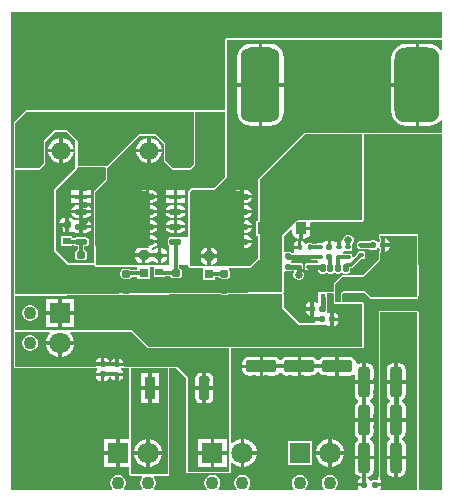
<source format=gbr>
%TF.GenerationSoftware,Altium Limited,Altium Designer,24.6.1 (21)*%
G04 Layer_Physical_Order=1*
G04 Layer_Color=255*
%FSLAX45Y45*%
%MOMM*%
%TF.SameCoordinates,18E76ECD-83C5-444D-8C50-6D49F83D0F89*%
%TF.FilePolarity,Positive*%
%TF.FileFunction,Copper,L1,Top,Signal*%
%TF.Part,Single*%
G01*
G75*
%TA.AperFunction,Conductor*%
%ADD10C,0.05000*%
%TA.AperFunction,SMDPad,CuDef*%
%ADD11R,0.45000X0.75000*%
G04:AMPARAMS|DCode=12|XSize=0.45mm|YSize=0.75mm|CornerRadius=0.1125mm|HoleSize=0mm|Usage=FLASHONLY|Rotation=180.000|XOffset=0mm|YOffset=0mm|HoleType=Round|Shape=RoundedRectangle|*
%AMROUNDEDRECTD12*
21,1,0.45000,0.52500,0,0,180.0*
21,1,0.22500,0.75000,0,0,180.0*
1,1,0.22500,-0.11250,0.26250*
1,1,0.22500,0.11250,0.26250*
1,1,0.22500,0.11250,-0.26250*
1,1,0.22500,-0.11250,-0.26250*
%
%ADD12ROUNDEDRECTD12*%
%TA.AperFunction,ConnectorPad*%
%ADD13R,3.30000X4.06000*%
G04:AMPARAMS|DCode=14|XSize=3.81mm|YSize=6.35mm|CornerRadius=0.9525mm|HoleSize=0mm|Usage=FLASHONLY|Rotation=0.000|XOffset=0mm|YOffset=0mm|HoleType=Round|Shape=RoundedRectangle|*
%AMROUNDEDRECTD14*
21,1,3.81000,4.44500,0,0,0.0*
21,1,1.90500,6.35000,0,0,0.0*
1,1,1.90500,0.95250,-2.22250*
1,1,1.90500,-0.95250,-2.22250*
1,1,1.90500,-0.95250,2.22250*
1,1,1.90500,0.95250,2.22250*
%
%ADD14ROUNDEDRECTD14*%
G04:AMPARAMS|DCode=15|XSize=3.3mm|YSize=6.35mm|CornerRadius=0.825mm|HoleSize=0mm|Usage=FLASHONLY|Rotation=0.000|XOffset=0mm|YOffset=0mm|HoleType=Round|Shape=RoundedRectangle|*
%AMROUNDEDRECTD15*
21,1,3.30000,4.70000,0,0,0.0*
21,1,1.65000,6.35000,0,0,0.0*
1,1,1.65000,0.82500,-2.35000*
1,1,1.65000,-0.82500,-2.35000*
1,1,1.65000,-0.82500,2.35000*
1,1,1.65000,0.82500,2.35000*
%
%ADD15ROUNDEDRECTD15*%
%TA.AperFunction,SMDPad,CuDef*%
%ADD16R,0.90000X1.95000*%
G04:AMPARAMS|DCode=17|XSize=0.9mm|YSize=1.95mm|CornerRadius=0.11mm|HoleSize=0mm|Usage=FLASHONLY|Rotation=180.000|XOffset=0mm|YOffset=0mm|HoleType=Round|Shape=RoundedRectangle|*
%AMROUNDEDRECTD17*
21,1,0.90000,1.73000,0,0,180.0*
21,1,0.68000,1.95000,0,0,180.0*
1,1,0.22000,-0.34000,0.86500*
1,1,0.22000,0.34000,0.86500*
1,1,0.22000,0.34000,-0.86500*
1,1,0.22000,-0.34000,-0.86500*
%
%ADD17ROUNDEDRECTD17*%
G04:AMPARAMS|DCode=18|XSize=3.25mm|YSize=1.95mm|CornerRadius=0.25mm|HoleSize=0mm|Usage=FLASHONLY|Rotation=180.000|XOffset=0mm|YOffset=0mm|HoleType=Round|Shape=RoundedRectangle|*
%AMROUNDEDRECTD18*
21,1,3.25000,1.45000,0,0,180.0*
21,1,2.75000,1.95000,0,0,180.0*
1,1,0.50000,-1.37500,0.72500*
1,1,0.50000,1.37500,0.72500*
1,1,0.50000,1.37500,-0.72500*
1,1,0.50000,-1.37500,-0.72500*
%
%ADD18ROUNDEDRECTD18*%
G04:AMPARAMS|DCode=19|XSize=0.45mm|YSize=1.05mm|CornerRadius=0.1125mm|HoleSize=0mm|Usage=FLASHONLY|Rotation=90.000|XOffset=0mm|YOffset=0mm|HoleType=Round|Shape=RoundedRectangle|*
%AMROUNDEDRECTD19*
21,1,0.45000,0.82500,0,0,90.0*
21,1,0.22500,1.05000,0,0,90.0*
1,1,0.22500,0.41250,0.11250*
1,1,0.22500,0.41250,-0.11250*
1,1,0.22500,-0.41250,-0.11250*
1,1,0.22500,-0.41250,0.11250*
%
%ADD19ROUNDEDRECTD19*%
G04:AMPARAMS|DCode=20|XSize=4.7mm|YSize=4.5mm|CornerRadius=0.1125mm|HoleSize=0mm|Usage=FLASHONLY|Rotation=270.000|XOffset=0mm|YOffset=0mm|HoleType=Round|Shape=RoundedRectangle|*
%AMROUNDEDRECTD20*
21,1,4.70000,4.27500,0,0,270.0*
21,1,4.47500,4.50000,0,0,270.0*
1,1,0.22500,-2.13750,-2.23750*
1,1,0.22500,-2.13750,2.23750*
1,1,0.22500,2.13750,2.23750*
1,1,0.22500,2.13750,-2.23750*
%
%ADD20ROUNDEDRECTD20*%
%ADD21R,1.05000X0.45000*%
G04:AMPARAMS|DCode=22|XSize=1.1mm|YSize=0.9mm|CornerRadius=0.225mm|HoleSize=0mm|Usage=FLASHONLY|Rotation=90.000|XOffset=0mm|YOffset=0mm|HoleType=Round|Shape=RoundedRectangle|*
%AMROUNDEDRECTD22*
21,1,1.10000,0.45000,0,0,90.0*
21,1,0.65000,0.90000,0,0,90.0*
1,1,0.45000,0.22500,0.32500*
1,1,0.45000,0.22500,-0.32500*
1,1,0.45000,-0.22500,-0.32500*
1,1,0.45000,-0.22500,0.32500*
%
%ADD22ROUNDEDRECTD22*%
%ADD23R,0.90000X1.10000*%
G04:AMPARAMS|DCode=24|XSize=0.7mm|YSize=0.6mm|CornerRadius=0.15mm|HoleSize=0mm|Usage=FLASHONLY|Rotation=180.000|XOffset=0mm|YOffset=0mm|HoleType=Round|Shape=RoundedRectangle|*
%AMROUNDEDRECTD24*
21,1,0.70000,0.30000,0,0,180.0*
21,1,0.40000,0.60000,0,0,180.0*
1,1,0.30000,-0.20000,0.15000*
1,1,0.30000,0.20000,0.15000*
1,1,0.30000,0.20000,-0.15000*
1,1,0.30000,-0.20000,-0.15000*
%
%ADD24ROUNDEDRECTD24*%
%ADD25R,0.70000X0.60000*%
G04:AMPARAMS|DCode=26|XSize=0.75mm|YSize=0.6mm|CornerRadius=0.15mm|HoleSize=0mm|Usage=FLASHONLY|Rotation=180.000|XOffset=0mm|YOffset=0mm|HoleType=Round|Shape=RoundedRectangle|*
%AMROUNDEDRECTD26*
21,1,0.75000,0.30000,0,0,180.0*
21,1,0.45000,0.60000,0,0,180.0*
1,1,0.30000,-0.22500,0.15000*
1,1,0.30000,0.22500,0.15000*
1,1,0.30000,0.22500,-0.15000*
1,1,0.30000,-0.22500,-0.15000*
%
%ADD26ROUNDEDRECTD26*%
G04:AMPARAMS|DCode=27|XSize=0.45mm|YSize=0.4mm|CornerRadius=0.1mm|HoleSize=0mm|Usage=FLASHONLY|Rotation=180.000|XOffset=0mm|YOffset=0mm|HoleType=Round|Shape=RoundedRectangle|*
%AMROUNDEDRECTD27*
21,1,0.45000,0.20000,0,0,180.0*
21,1,0.25000,0.40000,0,0,180.0*
1,1,0.20000,-0.12500,0.10000*
1,1,0.20000,0.12500,0.10000*
1,1,0.20000,0.12500,-0.10000*
1,1,0.20000,-0.12500,-0.10000*
%
%ADD27ROUNDEDRECTD27*%
%ADD28R,0.80000X0.80000*%
G04:AMPARAMS|DCode=29|XSize=0.8mm|YSize=0.8mm|CornerRadius=0.2mm|HoleSize=0mm|Usage=FLASHONLY|Rotation=90.000|XOffset=0mm|YOffset=0mm|HoleType=Round|Shape=RoundedRectangle|*
%AMROUNDEDRECTD29*
21,1,0.80000,0.40000,0,0,90.0*
21,1,0.40000,0.80000,0,0,90.0*
1,1,0.40000,0.20000,0.20000*
1,1,0.40000,0.20000,-0.20000*
1,1,0.40000,-0.20000,-0.20000*
1,1,0.40000,-0.20000,0.20000*
%
%ADD29ROUNDEDRECTD29*%
G04:AMPARAMS|DCode=30|XSize=3.05mm|YSize=2.8mm|CornerRadius=0.14mm|HoleSize=0mm|Usage=FLASHONLY|Rotation=0.000|XOffset=0mm|YOffset=0mm|HoleType=Round|Shape=RoundedRectangle|*
%AMROUNDEDRECTD30*
21,1,3.05000,2.52000,0,0,0.0*
21,1,2.77000,2.80000,0,0,0.0*
1,1,0.28000,1.38500,-1.26000*
1,1,0.28000,-1.38500,-1.26000*
1,1,0.28000,-1.38500,1.26000*
1,1,0.28000,1.38500,1.26000*
%
%ADD30ROUNDEDRECTD30*%
G04:AMPARAMS|DCode=31|XSize=2.5mm|YSize=1mm|CornerRadius=0.25mm|HoleSize=0mm|Usage=FLASHONLY|Rotation=0.000|XOffset=0mm|YOffset=0mm|HoleType=Round|Shape=RoundedRectangle|*
%AMROUNDEDRECTD31*
21,1,2.50000,0.50000,0,0,0.0*
21,1,2.00000,1.00000,0,0,0.0*
1,1,0.50000,1.00000,-0.25000*
1,1,0.50000,-1.00000,-0.25000*
1,1,0.50000,-1.00000,0.25000*
1,1,0.50000,1.00000,0.25000*
%
%ADD31ROUNDEDRECTD31*%
G04:AMPARAMS|DCode=32|XSize=2.6mm|YSize=1mm|CornerRadius=0.25mm|HoleSize=0mm|Usage=FLASHONLY|Rotation=0.000|XOffset=0mm|YOffset=0mm|HoleType=Round|Shape=RoundedRectangle|*
%AMROUNDEDRECTD32*
21,1,2.60000,0.50000,0,0,0.0*
21,1,2.10000,1.00000,0,0,0.0*
1,1,0.50000,1.05000,-0.25000*
1,1,0.50000,-1.05000,-0.25000*
1,1,0.50000,-1.05000,0.25000*
1,1,0.50000,1.05000,0.25000*
%
%ADD32ROUNDEDRECTD32*%
G04:AMPARAMS|DCode=33|XSize=0.54mm|YSize=0.5mm|CornerRadius=0.125mm|HoleSize=0mm|Usage=FLASHONLY|Rotation=270.000|XOffset=0mm|YOffset=0mm|HoleType=Round|Shape=RoundedRectangle|*
%AMROUNDEDRECTD33*
21,1,0.54000,0.25000,0,0,270.0*
21,1,0.29000,0.50000,0,0,270.0*
1,1,0.25000,-0.12500,-0.14500*
1,1,0.25000,-0.12500,0.14500*
1,1,0.25000,0.12500,0.14500*
1,1,0.25000,0.12500,-0.14500*
%
%ADD33ROUNDEDRECTD33*%
G04:AMPARAMS|DCode=34|XSize=0.54mm|YSize=0.5mm|CornerRadius=0.125mm|HoleSize=0mm|Usage=FLASHONLY|Rotation=180.000|XOffset=0mm|YOffset=0mm|HoleType=Round|Shape=RoundedRectangle|*
%AMROUNDEDRECTD34*
21,1,0.54000,0.25000,0,0,180.0*
21,1,0.29000,0.50000,0,0,180.0*
1,1,0.25000,-0.14500,0.12500*
1,1,0.25000,0.14500,0.12500*
1,1,0.25000,0.14500,-0.12500*
1,1,0.25000,-0.14500,-0.12500*
%
%ADD34ROUNDEDRECTD34*%
G04:AMPARAMS|DCode=35|XSize=2.6mm|YSize=1mm|CornerRadius=0.25mm|HoleSize=0mm|Usage=FLASHONLY|Rotation=270.000|XOffset=0mm|YOffset=0mm|HoleType=Round|Shape=RoundedRectangle|*
%AMROUNDEDRECTD35*
21,1,2.60000,0.50000,0,0,270.0*
21,1,2.10000,1.00000,0,0,270.0*
1,1,0.50000,-0.25000,-1.05000*
1,1,0.50000,-0.25000,1.05000*
1,1,0.50000,0.25000,1.05000*
1,1,0.50000,0.25000,-1.05000*
%
%ADD35ROUNDEDRECTD35*%
G04:AMPARAMS|DCode=36|XSize=0.45mm|YSize=0.4mm|CornerRadius=0.1mm|HoleSize=0mm|Usage=FLASHONLY|Rotation=270.000|XOffset=0mm|YOffset=0mm|HoleType=Round|Shape=RoundedRectangle|*
%AMROUNDEDRECTD36*
21,1,0.45000,0.20000,0,0,270.0*
21,1,0.25000,0.40000,0,0,270.0*
1,1,0.20000,-0.10000,-0.12500*
1,1,0.20000,-0.10000,0.12500*
1,1,0.20000,0.10000,0.12500*
1,1,0.20000,0.10000,-0.12500*
%
%ADD36ROUNDEDRECTD36*%
%TA.AperFunction,Conductor*%
%ADD37C,0.30000*%
%ADD38C,0.38100*%
%TA.AperFunction,ComponentPad*%
%ADD39C,1.10000*%
%ADD40R,1.80000X1.80000*%
%ADD41C,1.80000*%
%ADD42C,1.57480*%
%ADD43R,1.57480X1.57480*%
%ADD44R,1.80000X1.80000*%
%TA.AperFunction,ViaPad*%
%ADD45C,0.45000*%
%ADD46C,0.65000*%
%ADD47C,0.60000*%
G36*
X1824511Y1705968D02*
X1812011Y1701725D01*
X1799079Y1718579D01*
X1772915Y1738655D01*
X1742446Y1751276D01*
X1709749Y1755580D01*
X1629499D01*
Y1407000D01*
Y1058419D01*
X1709749D01*
X1742446Y1062724D01*
X1772915Y1075344D01*
X1799079Y1095420D01*
X1812011Y1112274D01*
X1824511Y1108031D01*
Y1000000D01*
X660000D01*
X265000Y605000D01*
Y257500D01*
X252500D01*
Y122500D01*
X265000D01*
Y-65001D01*
X200000Y-130000D01*
X-310000D01*
Y498410D01*
X-291940Y516470D01*
X-110001D01*
X-100433Y520433D01*
X-433Y620433D01*
X3530Y630000D01*
Y1180000D01*
X0Y1188522D01*
Y1790000D01*
X1824511D01*
Y1705968D01*
D02*
G37*
G36*
Y1803530D02*
X0D01*
X-9567Y1799567D01*
X-13530Y1790000D01*
Y1193530D01*
X-266470D01*
X-273235Y1190728D01*
X-280000Y1193530D01*
X-1690001D01*
X-1699568Y1189567D01*
X-1799567Y1089567D01*
X-1803530Y1080000D01*
Y700001D01*
X-1800728Y693236D01*
X-1803530Y686471D01*
Y-359638D01*
X-1803519Y-359666D01*
X-1803530Y-359693D01*
X-1803211Y-360455D01*
X-1799638Y-372243D01*
X-1799645Y-372555D01*
X-1801570Y-377312D01*
X-1803530Y-382044D01*
Y-670000D01*
X-1800728Y-676765D01*
X-1803530Y-683530D01*
Y-980000D01*
X-1799567Y-989567D01*
X-1790000Y-993530D01*
X-1114809D01*
X-1114158Y-993260D01*
X-1113483Y-993465D01*
X-1109457Y-991313D01*
X-1108119Y-990759D01*
X-1102634Y-992286D01*
X-1101581Y-993632D01*
X-1098071Y-1006007D01*
X-1098143Y-1006352D01*
X-1104534Y-1015917D01*
X-1107336Y-1029999D01*
X-1050001D01*
Y-1044999D01*
X-1035001D01*
Y-1100733D01*
X-1018918Y-1097534D01*
X-1004860Y-1088141D01*
X-995466Y-1074083D01*
X-994049Y-1066955D01*
X-981304Y-1066955D01*
X-980179Y-1072607D01*
X-971339Y-1085839D01*
X-958108Y-1094679D01*
X-945000Y-1097286D01*
Y-1047000D01*
X-930000D01*
Y-1032000D01*
X-877712D01*
X-879821Y-1021393D01*
X-888662Y-1008162D01*
X-896341Y-1003031D01*
X-892549Y-990531D01*
X-877393D01*
X-875502Y-991314D01*
X-871477Y-993465D01*
X-870803Y-993260D01*
X-870151Y-993530D01*
X-823530D01*
Y-1590000D01*
X-905000D01*
Y-1710000D01*
Y-1830000D01*
X-823530D01*
Y-1890000D01*
X-819568Y-1899567D01*
X-810000Y-1903530D01*
X-718667D01*
X-713490Y-1916030D01*
X-720014Y-1922554D01*
X-728900Y-1937946D01*
X-733500Y-1955114D01*
Y-1972887D01*
X-728900Y-1990054D01*
X-720014Y-2005446D01*
X-713448Y-2012011D01*
X-718626Y-2024512D01*
X-867374D01*
X-872552Y-2012011D01*
X-865987Y-2005446D01*
X-857100Y-1990054D01*
X-852500Y-1972887D01*
Y-1955114D01*
X-857100Y-1937946D01*
X-865987Y-1922554D01*
X-878554Y-1909987D01*
X-893946Y-1901100D01*
X-911114Y-1896500D01*
X-928887D01*
X-946054Y-1901100D01*
X-961446Y-1909987D01*
X-974014Y-1922554D01*
X-982900Y-1937946D01*
X-987500Y-1955114D01*
Y-1972887D01*
X-982900Y-1990054D01*
X-974014Y-2005446D01*
X-967448Y-2012011D01*
X-972626Y-2024512D01*
X-1824512D01*
Y2024512D01*
X1824511D01*
Y1803530D01*
D02*
G37*
G36*
X-280000Y730000D02*
X-309997Y700003D01*
X-450003Y700002D01*
X-520000Y770000D01*
Y910005D01*
X-599996Y990000D01*
X-740001D01*
X-1010001Y720000D01*
X-1260000D01*
Y930000D01*
X-1350001Y1020000D01*
X-1460001D01*
X-1550000Y929999D01*
Y740000D01*
X-1590000Y700000D01*
X-1790000Y700001D01*
Y1080000D01*
X-1690001Y1180000D01*
X-280000D01*
Y730000D01*
D02*
G37*
G36*
X-10000Y630000D02*
X-110001Y530000D01*
X-300000D01*
X-316618Y513382D01*
X-317676Y512675D01*
X-318383Y511617D01*
X-320000Y510000D01*
Y509196D01*
X-323477Y503992D01*
X-324848Y497102D01*
X-326236Y493750D01*
Y120000D01*
X-490000D01*
Y109124D01*
X-491873Y107873D01*
X-497122Y100017D01*
X-498966Y90750D01*
Y68250D01*
X-497122Y58983D01*
X-491873Y51127D01*
X-490000Y49876D01*
Y-120000D01*
X-1107500D01*
Y501705D01*
X-1010001Y599205D01*
X-1010000Y699999D01*
X-733531Y976470D01*
X-605600D01*
X-533530Y904401D01*
Y770000D01*
X-529567Y760433D01*
X-459570Y690435D01*
X-450003Y686472D01*
X-309997Y686473D01*
X-300430Y690436D01*
X-270433Y720433D01*
X-266470Y730000D01*
Y1180000D01*
X-10000D01*
Y630000D01*
D02*
G37*
G36*
X-1280000Y930866D02*
X-1280000Y740000D01*
Y700000D01*
X-1460001Y519999D01*
Y-2499D01*
X-1342500Y-120000D01*
X-1121030D01*
X-1117067Y-129567D01*
X-1107500Y-133530D01*
X-755001D01*
Y-160711D01*
X-805644D01*
X-807674Y-157674D01*
X-816770Y-151596D01*
X-827500Y-149461D01*
X-872500D01*
X-883230Y-151596D01*
X-892327Y-157674D01*
X-898405Y-166770D01*
X-900539Y-177500D01*
Y-207500D01*
X-898405Y-218230D01*
X-892327Y-227326D01*
X-883230Y-233404D01*
X-872500Y-235539D01*
X-827500D01*
X-816770Y-233404D01*
X-807674Y-227326D01*
X-801596Y-218230D01*
X-801309Y-216789D01*
X-755001D01*
Y-237500D01*
X-650000D01*
Y-133530D01*
X-628364D01*
X-617509Y-137500D01*
Y-222500D01*
X-522508D01*
Y-213039D01*
X-478940D01*
X-478405Y-215730D01*
X-472327Y-224827D01*
X-463230Y-230905D01*
X-452500Y-233039D01*
X-407500D01*
X-396770Y-230905D01*
X-387674Y-224827D01*
X-381596Y-215730D01*
X-379462Y-205000D01*
Y-175000D01*
X-381596Y-164270D01*
X-387674Y-155174D01*
X-396770Y-149096D01*
X-403711Y-147715D01*
Y-120000D01*
X-323530D01*
Y-130000D01*
X-319568Y-139567D01*
X-310000Y-143530D01*
X-202500D01*
Y-247500D01*
X-97500D01*
Y-221789D01*
X-66027D01*
X-62327Y-227326D01*
X-53230Y-233404D01*
X-42500Y-235539D01*
X2500D01*
X13230Y-233404D01*
X22326Y-227326D01*
X28404Y-218230D01*
X30539Y-207500D01*
Y-177500D01*
X28404Y-166770D01*
X22326Y-157674D01*
X19867Y-156030D01*
X23659Y-143530D01*
X200000D01*
X209567Y-139567D01*
X274567Y-74568D01*
X278530Y-65001D01*
Y-51470D01*
X280000Y-50000D01*
Y600865D01*
X665604Y986470D01*
X1150000D01*
Y260000D01*
X599999D01*
X595872Y255872D01*
X593844Y255469D01*
X582266Y247734D01*
X574531Y236156D01*
X574127Y234128D01*
X470000Y130000D01*
X470000Y-233039D01*
Y-351019D01*
X349956D01*
X349900Y-351042D01*
X349845Y-351020D01*
X14789Y-353759D01*
X11240Y-355263D01*
X10590Y-355134D01*
X1168Y-357009D01*
X-41168D01*
X-50591Y-355134D01*
X-51644Y-355344D01*
X-54167Y-354323D01*
X-1781125Y-368441D01*
X-1790000Y-359638D01*
Y686471D01*
X-1590000Y686470D01*
X-1580433Y690433D01*
X-1540433Y730433D01*
X-1536470Y740000D01*
Y924395D01*
X-1454396Y1006470D01*
X-1355605D01*
X-1280000Y930866D01*
D02*
G37*
G36*
X1824511Y-2024512D02*
X1626030D01*
Y-520000D01*
X1622067Y-510433D01*
X1612500Y-506470D01*
X1300000D01*
X1290433Y-510433D01*
X1286470Y-520000D01*
Y-1910705D01*
X1285311Y-1913503D01*
X1283202Y-1916072D01*
X1279410Y-1928572D01*
X1279624Y-1930744D01*
X1279026Y-1931936D01*
X1274452Y-1937352D01*
X1269019Y-1939946D01*
X1268046Y-1940216D01*
X1264500Y-1939511D01*
X1239500D01*
X1229746Y-1941451D01*
X1228379Y-1942364D01*
X1221226Y-1946762D01*
X1212360Y-1939178D01*
X1209141Y-1934360D01*
X1195083Y-1924966D01*
X1188102Y-1923578D01*
X1189333Y-1911078D01*
X1190000D01*
X1211460Y-1906809D01*
X1229653Y-1894653D01*
X1241809Y-1876460D01*
X1246077Y-1855000D01*
Y-1765000D01*
X1165000D01*
X1083923D01*
Y-1855000D01*
X1088191Y-1876460D01*
X1100347Y-1894653D01*
X1118540Y-1906809D01*
X1140000Y-1911078D01*
X1142667D01*
X1143898Y-1923578D01*
X1136917Y-1924966D01*
X1122860Y-1934360D01*
X1113466Y-1948418D01*
X1110267Y-1964500D01*
X1165999D01*
Y-1994500D01*
X1110267D01*
X1113466Y-2010583D01*
X1115407Y-2013487D01*
X1109514Y-2024512D01*
X926626D01*
X921448Y-2012011D01*
X928013Y-2005446D01*
X936900Y-1990054D01*
X941500Y-1972887D01*
Y-1955114D01*
X936900Y-1937946D01*
X928013Y-1922554D01*
X915446Y-1909987D01*
X900054Y-1901100D01*
X882886Y-1896500D01*
X865113D01*
X847946Y-1901100D01*
X832554Y-1909987D01*
X819986Y-1922554D01*
X811100Y-1937946D01*
X806500Y-1955114D01*
Y-1972887D01*
X811100Y-1990054D01*
X819986Y-2005446D01*
X826552Y-2012011D01*
X821374Y-2024512D01*
X672626D01*
X667448Y-2012011D01*
X674013Y-2005446D01*
X682900Y-1990054D01*
X687500Y-1972887D01*
Y-1955114D01*
X682900Y-1937946D01*
X674013Y-1922554D01*
X661446Y-1909987D01*
X646054Y-1901100D01*
X628886Y-1896500D01*
X611113D01*
X593946Y-1901100D01*
X578554Y-1909987D01*
X565986Y-1922554D01*
X557100Y-1937946D01*
X552500Y-1955114D01*
Y-1972887D01*
X557100Y-1990054D01*
X565986Y-2005446D01*
X572552Y-2012011D01*
X567374Y-2024512D01*
X186626D01*
X181448Y-2012011D01*
X188013Y-2005446D01*
X196900Y-1990054D01*
X201500Y-1972887D01*
Y-1955114D01*
X196900Y-1937946D01*
X188013Y-1922554D01*
X175446Y-1909987D01*
X160054Y-1901100D01*
X142886Y-1896500D01*
X125114D01*
X107946Y-1901100D01*
X92554Y-1909987D01*
X79987Y-1922554D01*
X71100Y-1937946D01*
X66500Y-1955114D01*
Y-1972887D01*
X71100Y-1990054D01*
X79987Y-2005446D01*
X86552Y-2012011D01*
X81374Y-2024512D01*
X-67374D01*
X-72552Y-2012011D01*
X-65987Y-2005446D01*
X-57100Y-1990054D01*
X-52500Y-1972887D01*
Y-1955114D01*
X-57100Y-1937946D01*
X-65987Y-1922554D01*
X-78554Y-1909987D01*
X-93946Y-1901100D01*
X-111114Y-1896500D01*
X-128886D01*
X-146054Y-1901100D01*
X-161446Y-1909987D01*
X-174013Y-1922554D01*
X-182900Y-1937946D01*
X-187500Y-1955114D01*
Y-1972887D01*
X-182900Y-1990054D01*
X-174013Y-2005446D01*
X-167448Y-2012011D01*
X-172626Y-2024512D01*
X-613374D01*
X-618552Y-2012011D01*
X-611987Y-2005446D01*
X-603100Y-1990054D01*
X-598500Y-1972887D01*
Y-1955114D01*
X-603100Y-1937946D01*
X-611987Y-1922554D01*
X-618511Y-1916030D01*
X-613333Y-1903530D01*
X-500001D01*
X-490433Y-1899567D01*
X-486470Y-1890000D01*
Y-993530D01*
X-425604D01*
X-343531Y-1075604D01*
X-343531Y-1303037D01*
X-343530Y-1303038D01*
Y-1316962D01*
X-343531Y-1316963D01*
Y-1353038D01*
X-343530Y-1353038D01*
Y-1366962D01*
X-343531Y-1366962D01*
X-343530Y-1870000D01*
X-339567Y-1879567D01*
X-330000Y-1883530D01*
X20000D01*
X29567Y-1879567D01*
X33530Y-1870000D01*
Y-1796913D01*
X46030Y-1791736D01*
X60318Y-1806024D01*
X87682Y-1821822D01*
X118202Y-1830000D01*
X119000D01*
Y-1710000D01*
Y-1590000D01*
X118202D01*
X87682Y-1598178D01*
X60318Y-1613976D01*
X46030Y-1628265D01*
X33530Y-1623087D01*
Y-823530D01*
X1150000D01*
X1159567Y-819567D01*
X1163530Y-810000D01*
Y-448530D01*
X1159567Y-438963D01*
X1150000Y-435000D01*
X978530D01*
Y-365605D01*
X990604Y-353530D01*
X1164395D01*
X1210433Y-399567D01*
X1220000Y-403530D01*
X1610000D01*
X1619567Y-399567D01*
X1623530Y-390000D01*
Y-386000D01*
X1625519Y-376000D01*
Y-124000D01*
X1623530Y-114000D01*
Y130000D01*
X1619567Y139567D01*
X1610000Y143530D01*
X1301000D01*
X1291433Y139567D01*
X1287470Y130000D01*
Y115198D01*
X1287740Y114547D01*
X1287535Y113872D01*
X1289687Y109846D01*
X1291433Y105631D01*
X1292084Y105361D01*
X1292417Y104739D01*
X1297469Y100593D01*
Y83856D01*
X1295476Y82524D01*
X1289950Y74254D01*
X1289372Y71348D01*
X1276627D01*
X1276049Y74254D01*
X1270524Y82524D01*
X1262254Y88049D01*
X1252500Y89990D01*
X1227500D01*
X1217745Y88049D01*
X1209476Y82524D01*
X1209238Y82168D01*
X1156384D01*
X1152500Y82941D01*
X1127500D01*
X1118721Y81194D01*
X1111278Y76221D01*
X1106305Y68779D01*
X1104559Y60000D01*
Y40000D01*
X1106305Y31221D01*
X1111278Y23778D01*
X1118721Y18805D01*
X1127500Y17059D01*
X1152500D01*
X1156384Y17832D01*
X1209238D01*
X1209476Y17476D01*
X1217745Y11950D01*
X1227500Y10010D01*
X1252500D01*
X1262254Y11950D01*
X1270524Y17476D01*
X1276049Y25745D01*
X1276627Y28651D01*
X1289372D01*
X1289950Y25745D01*
X1295476Y17476D01*
X1297469Y16144D01*
Y-593D01*
X1292417Y-4739D01*
X1292084Y-5361D01*
X1291433Y-5631D01*
X1289686Y-9847D01*
X1287535Y-13872D01*
X1287740Y-14547D01*
X1287470Y-15198D01*
Y-72967D01*
X1153967Y-206470D01*
X979999D01*
X970432Y-210433D01*
X910432Y-270433D01*
X906469Y-280000D01*
Y-336692D01*
X897698Y-346367D01*
X897484Y-346543D01*
X847389Y-346953D01*
X846097Y-347500D01*
X777500D01*
Y-437892D01*
X772877Y-441001D01*
X765000Y-443429D01*
X753083Y-435466D01*
X739001Y-432665D01*
Y-489999D01*
Y-547335D01*
X740078Y-547121D01*
X750709Y-557751D01*
X749267Y-565001D01*
X805000D01*
Y-595001D01*
X749267D01*
X750056Y-598970D01*
X739798Y-611470D01*
X616011D01*
X483530Y-478990D01*
Y-364549D01*
X480728Y-357784D01*
X483530Y-351019D01*
Y-233039D01*
Y-175921D01*
X495739Y-169053D01*
X496030Y-169106D01*
X505500Y-170990D01*
X534500D01*
X544254Y-169049D01*
X550437Y-164918D01*
X563764D01*
X566599Y-168280D01*
X570646Y-177418D01*
X565000Y-191049D01*
Y-208951D01*
X571851Y-225491D01*
X584509Y-238149D01*
X601049Y-245000D01*
X618951D01*
X635490Y-238149D01*
X648149Y-225491D01*
X655000Y-208951D01*
Y-191049D01*
X648149Y-174509D01*
X642168Y-168528D01*
Y-153563D01*
X643694Y-151279D01*
X645440Y-142500D01*
Y-122500D01*
X643694Y-113721D01*
X638721Y-106279D01*
X631279Y-101306D01*
X622500Y-99559D01*
X597500D01*
X592359Y-100582D01*
X549689D01*
X547404Y-99055D01*
X545795Y-87926D01*
X546359Y-84624D01*
X552208Y-79668D01*
X593616D01*
X597500Y-80441D01*
X622500D01*
X626384Y-79668D01*
X683616D01*
X687500Y-80441D01*
X712500D01*
X721279Y-78695D01*
X726001Y-75539D01*
X759152D01*
X761278Y-78721D01*
X768721Y-83695D01*
X770133Y-83975D01*
X775595Y-97594D01*
X773565Y-100332D01*
X716384D01*
X712500Y-99559D01*
X687500D01*
X678721Y-101306D01*
X671279Y-106279D01*
X666306Y-113721D01*
X664559Y-122500D01*
Y-142500D01*
X666306Y-151279D01*
X671279Y-158722D01*
X678721Y-163695D01*
X687500Y-165441D01*
X712500D01*
X716384Y-164668D01*
X777035D01*
Y-168750D01*
X778878Y-178017D01*
X784127Y-185873D01*
X791983Y-191123D01*
X801250Y-192966D01*
X823750D01*
X833017Y-191123D01*
X836186Y-189005D01*
X845000Y-186872D01*
X853814Y-189005D01*
X856983Y-191123D01*
X866250Y-192966D01*
X888750D01*
X898017Y-191123D01*
X901186Y-189005D01*
X910000Y-186872D01*
X918814Y-189005D01*
X921983Y-191123D01*
X931250Y-192966D01*
X953750D01*
X963017Y-191123D01*
X966186Y-189005D01*
X975000Y-186872D01*
X983814Y-189005D01*
X986983Y-191123D01*
X996250Y-192966D01*
X1018750D01*
X1028017Y-191123D01*
X1035873Y-185873D01*
X1041122Y-178017D01*
X1042965Y-168750D01*
Y-148039D01*
X1052500D01*
X1063230Y-145905D01*
X1072326Y-139827D01*
X1144212Y-67941D01*
X1152500D01*
X1161279Y-66195D01*
X1168721Y-61222D01*
X1173694Y-53779D01*
X1175440Y-45000D01*
Y-25000D01*
X1173694Y-16221D01*
X1168721Y-8779D01*
X1161279Y-3806D01*
X1152500Y-2059D01*
X1127500D01*
X1118721Y-3806D01*
X1111278Y-8779D01*
X1106305Y-16221D01*
X1104559Y-25000D01*
Y-28288D01*
X1077940Y-54906D01*
X1065440Y-49729D01*
Y-45000D01*
X1063694Y-36221D01*
X1058721Y-28779D01*
X1051279Y-23806D01*
X1042500Y-22059D01*
X1017500D01*
X1008721Y-23806D01*
X1005869Y-25711D01*
X984353D01*
X981175Y-13676D01*
X981358Y-13007D01*
X991338Y-6338D01*
X992743Y-4235D01*
X1008721Y-1195D01*
X1017500Y-2941D01*
X1042500D01*
X1051279Y-1195D01*
X1058721Y3779D01*
X1063694Y11221D01*
X1065440Y20000D01*
Y40000D01*
X1063694Y48779D01*
X1059178Y55538D01*
X1068149Y64509D01*
X1075000Y81049D01*
Y98951D01*
X1068149Y115490D01*
X1055490Y128149D01*
X1038951Y135000D01*
X1021049D01*
X1004509Y128149D01*
X991850Y115490D01*
X985000Y98951D01*
Y90583D01*
X983691Y88608D01*
X972499Y81294D01*
X965000Y82786D01*
Y32500D01*
X935000D01*
Y82786D01*
X921892Y80179D01*
X915359Y75814D01*
X915140Y76141D01*
X901083Y85534D01*
X885000Y88733D01*
Y33000D01*
X855000D01*
Y88733D01*
X838917Y85534D01*
X824859Y76141D01*
X821863Y71656D01*
X811279Y63695D01*
X802500Y65441D01*
X777500D01*
X768721Y63695D01*
X761278Y58721D01*
X760822Y58039D01*
X729177D01*
X728721Y58721D01*
X721279Y63694D01*
X712500Y65441D01*
X692500D01*
X683721Y63694D01*
X677623Y59620D01*
X673983Y59177D01*
X663006Y61358D01*
X656338Y71338D01*
X643107Y80179D01*
X632500Y82289D01*
Y30000D01*
X617500D01*
Y15000D01*
X567213D01*
X569821Y1893D01*
X572977Y-2832D01*
X566296Y-15332D01*
X550811D01*
X544254Y-10950D01*
X534500Y-9010D01*
X505500D01*
X496030Y-10894D01*
X495739Y-10947D01*
X483530Y-4079D01*
Y124396D01*
X542423Y183289D01*
X553972Y178506D01*
Y157500D01*
X558046Y137015D01*
X569650Y119650D01*
X587016Y108046D01*
X607500Y103972D01*
X615000D01*
Y189999D01*
X630000D01*
Y204999D01*
X706028D01*
Y222500D01*
X703747Y233970D01*
X713514Y246470D01*
X1150000D01*
X1159567Y250433D01*
X1163530Y260000D01*
Y986470D01*
X1824511D01*
Y-2024512D01*
D02*
G37*
G36*
X1610000Y-390000D02*
X1220000D01*
X1169999Y-340000D01*
X985000D01*
X965000Y-360000D01*
Y-435000D01*
X920000D01*
X919999Y-280000D01*
X979999Y-220000D01*
X1159571D01*
X1301000Y-78571D01*
Y-15198D01*
X1310663Y-7268D01*
X1310999Y-7335D01*
Y50000D01*
Y107335D01*
X1310663Y107268D01*
X1301000Y115198D01*
Y130000D01*
X1610000D01*
Y-390000D01*
D02*
G37*
G36*
X-1023530Y693970D02*
X-1023531Y604809D01*
X-1117067Y511272D01*
X-1118624Y507515D01*
X-1120977Y503992D01*
X-1122348Y497102D01*
X-1123736Y493750D01*
Y46250D01*
X-1122348Y42898D01*
X-1121030Y36275D01*
Y-106470D01*
X-1336896D01*
X-1446471Y3105D01*
Y514395D01*
X-1270433Y690433D01*
X-1268019Y696261D01*
X-1260000Y706470D01*
X-1033350D01*
X-1023530Y693970D01*
D02*
G37*
G36*
X906469Y-368875D02*
Y-448530D01*
X919999D01*
X920000Y-448530D01*
X965000D01*
X965000Y-448530D01*
X1150000D01*
Y-810000D01*
X-660000D01*
X-800000Y-670000D01*
X-1790000D01*
Y-382044D01*
X-54057Y-367852D01*
X-53230Y-368404D01*
X-42500Y-370539D01*
X2500D01*
X13230Y-368404D01*
X14900Y-367289D01*
X349956Y-364549D01*
X470000D01*
Y-484594D01*
X610406Y-625000D01*
X847499D01*
X857323Y-631464D01*
X861917Y-634534D01*
X876001Y-637336D01*
Y-580000D01*
Y-522665D01*
X861917Y-525466D01*
X860000Y-526747D01*
X847500Y-520066D01*
Y-506963D01*
X847990Y-504500D01*
Y-475500D01*
X847500Y-473037D01*
Y-360482D01*
X897594Y-360073D01*
X906469Y-368875D01*
D02*
G37*
G36*
X-669567Y-819567D02*
X-660000Y-823530D01*
X20000D01*
Y-1870000D01*
X-330000D01*
X-330001Y-1366962D01*
X-330000Y-1366962D01*
Y-1353038D01*
X-330001Y-1353038D01*
Y-1316963D01*
X-330000Y-1316962D01*
Y-1303038D01*
X-330001Y-1303037D01*
X-330001Y-1069999D01*
X-420000Y-980000D01*
X-870151D01*
X-872613Y-977001D01*
X-930000D01*
Y-962001D01*
X-945000D01*
Y-911714D01*
X-958108Y-914321D01*
X-971339Y-923162D01*
X-980179Y-936393D01*
X-980806Y-939545D01*
X-993551D01*
X-995466Y-929917D01*
X-1004860Y-915859D01*
X-1018918Y-906466D01*
X-1035001Y-903267D01*
Y-959000D01*
X-1050001D01*
Y-974000D01*
X-1109885D01*
X-1114809Y-980000D01*
X-1790000D01*
Y-683530D01*
X-1500913D01*
X-1495736Y-696030D01*
X-1506024Y-706318D01*
X-1521822Y-733682D01*
X-1530000Y-764202D01*
Y-765000D01*
X-1410000D01*
X-1290000D01*
Y-764202D01*
X-1298178Y-733682D01*
X-1313977Y-706318D01*
X-1324265Y-696030D01*
X-1319087Y-683530D01*
X-805604D01*
X-669567Y-819567D01*
D02*
G37*
G36*
X-500001Y-1890000D02*
X-810000D01*
Y-993530D01*
X-500001D01*
Y-1890000D01*
D02*
G37*
G36*
X1612500Y-2024512D02*
X1308486D01*
X1302594Y-2013487D01*
X1304534Y-2010583D01*
X1307733Y-1994500D01*
X1252000D01*
Y-1964500D01*
X1307733D01*
X1304534Y-1948418D01*
X1295141Y-1934360D01*
X1292358Y-1932500D01*
X1296150Y-1920000D01*
X1300000D01*
Y-520000D01*
X1612500D01*
Y-2024512D01*
D02*
G37*
%LPC*%
G36*
X1599499Y1755580D02*
X1519249D01*
X1486553Y1751276D01*
X1456084Y1738655D01*
X1429920Y1718579D01*
X1409844Y1692415D01*
X1397223Y1661947D01*
X1392919Y1629250D01*
Y1422000D01*
X1599499D01*
Y1755580D01*
D02*
G37*
G36*
X367999Y1755470D02*
X300499D01*
Y1422000D01*
X481470D01*
Y1642000D01*
X477604Y1671368D01*
X466268Y1698735D01*
X448235Y1722236D01*
X424734Y1740268D01*
X397368Y1751604D01*
X367999Y1755470D01*
D02*
G37*
G36*
X270499D02*
X202999D01*
X173631Y1751604D01*
X146264Y1740268D01*
X122764Y1722236D01*
X104731Y1698735D01*
X93395Y1671368D01*
X89529Y1642000D01*
Y1422000D01*
X270499D01*
Y1755470D01*
D02*
G37*
G36*
X481470Y1392000D02*
X300499D01*
Y1058529D01*
X367999D01*
X397368Y1062395D01*
X424734Y1073731D01*
X448235Y1091764D01*
X466268Y1115264D01*
X477604Y1142631D01*
X481470Y1172000D01*
Y1392000D01*
D02*
G37*
G36*
X270499D02*
X89529D01*
Y1172000D01*
X93395Y1142631D01*
X104731Y1115264D01*
X122764Y1091764D01*
X146264Y1073731D01*
X173631Y1062395D01*
X202999Y1058529D01*
X270499D01*
Y1392000D01*
D02*
G37*
G36*
X1599499D02*
X1392919D01*
Y1184750D01*
X1397223Y1152053D01*
X1409844Y1121584D01*
X1429920Y1095420D01*
X1456084Y1075344D01*
X1486553Y1062724D01*
X1519249Y1058419D01*
X1599499D01*
Y1392000D01*
D02*
G37*
G36*
X169750Y513808D02*
X143499D01*
Y475499D01*
X211062D01*
X208606Y487845D01*
X199489Y501489D01*
X185845Y510607D01*
X169750Y513808D01*
D02*
G37*
G36*
X113499D02*
X87250D01*
X71155Y510607D01*
X57510Y501489D01*
X48393Y487845D01*
X45937Y475499D01*
X113499D01*
Y513808D01*
D02*
G37*
G36*
X211062Y445499D02*
X143499D01*
Y407192D01*
X169750D01*
X185845Y410393D01*
X199489Y419510D01*
X208606Y433155D01*
X211062Y445499D01*
D02*
G37*
G36*
X113499D02*
X45937D01*
X48393Y433155D01*
X57510Y419510D01*
X71155Y410393D01*
X87250Y407192D01*
X113499D01*
Y445499D01*
D02*
G37*
G36*
X169750Y386808D02*
X143499D01*
Y348499D01*
X211062D01*
X208606Y360845D01*
X199489Y374489D01*
X185845Y383607D01*
X169750Y386808D01*
D02*
G37*
G36*
X113499D02*
X87250D01*
X71155Y383607D01*
X57510Y374489D01*
X48393Y360845D01*
X45937Y348499D01*
X113499D01*
Y386808D01*
D02*
G37*
G36*
X211062Y318499D02*
X143499D01*
Y280192D01*
X169750D01*
X185845Y283393D01*
X199489Y292510D01*
X208606Y306155D01*
X211062Y318499D01*
D02*
G37*
G36*
X113499D02*
X45937D01*
X48393Y306155D01*
X57510Y292510D01*
X71155Y283393D01*
X87250Y280192D01*
X113499D01*
Y318499D01*
D02*
G37*
G36*
X169750Y259808D02*
X143499D01*
Y221499D01*
X211062D01*
X208606Y233845D01*
X199489Y247489D01*
X185845Y256607D01*
X169750Y259808D01*
D02*
G37*
G36*
X113499D02*
X87250D01*
X71155Y256607D01*
X57510Y247489D01*
X48393Y233845D01*
X45937Y221499D01*
X113499D01*
Y259808D01*
D02*
G37*
G36*
X211062Y191499D02*
X143499D01*
Y153192D01*
X169750D01*
X185845Y156393D01*
X199489Y165510D01*
X208606Y179155D01*
X211062Y191499D01*
D02*
G37*
G36*
X113499D02*
X45937D01*
X48393Y179155D01*
X57510Y165510D01*
X71155Y156393D01*
X87250Y153192D01*
X113499D01*
Y191499D01*
D02*
G37*
G36*
X169750Y132808D02*
X143499D01*
Y94499D01*
X211062D01*
X208606Y106845D01*
X199489Y120489D01*
X185845Y129607D01*
X169750Y132808D01*
D02*
G37*
G36*
X113499D02*
X87250D01*
X71155Y129607D01*
X57510Y120489D01*
X48393Y106845D01*
X45937Y94499D01*
X113499D01*
Y132808D01*
D02*
G37*
G36*
X211062Y64499D02*
X143499D01*
Y26192D01*
X169750D01*
X185845Y29393D01*
X199489Y38510D01*
X208606Y52155D01*
X211062Y64499D01*
D02*
G37*
G36*
X113499D02*
X45937D01*
X48393Y52155D01*
X57510Y38510D01*
X71155Y29393D01*
X87250Y26192D01*
X113499D01*
Y64499D01*
D02*
G37*
G36*
X-130000Y25980D02*
X-135000D01*
Y-29999D01*
X-79021D01*
Y-25000D01*
X-82901Y-5491D01*
X-93952Y11048D01*
X-110491Y22099D01*
X-130000Y25980D01*
D02*
G37*
G36*
X-165000D02*
X-170000D01*
X-189509Y22099D01*
X-206048Y11048D01*
X-217099Y-5491D01*
X-220980Y-25000D01*
Y-29999D01*
X-165000D01*
Y25980D01*
D02*
G37*
G36*
X-79021Y-59999D02*
X-135000D01*
Y-115979D01*
X-130000D01*
X-110491Y-112099D01*
X-93952Y-101048D01*
X-82901Y-84509D01*
X-79021Y-65000D01*
Y-59999D01*
D02*
G37*
G36*
X-165000D02*
X-220980D01*
Y-65000D01*
X-217099Y-84509D01*
X-206048Y-101048D01*
X-189509Y-112099D01*
X-170000Y-115979D01*
X-165000D01*
Y-59999D01*
D02*
G37*
G36*
X-877711Y-1062000D02*
X-915000D01*
Y-1097286D01*
X-901893Y-1094679D01*
X-888662Y-1085839D01*
X-879821Y-1072607D01*
X-877711Y-1062000D01*
D02*
G37*
G36*
X-1065001Y-1059999D02*
X-1107336D01*
X-1104534Y-1074083D01*
X-1095141Y-1088141D01*
X-1081083Y-1097534D01*
X-1065001Y-1100733D01*
Y-1059999D01*
D02*
G37*
G36*
X-935000Y-1590000D02*
X-1040000D01*
Y-1695000D01*
X-935000D01*
Y-1590000D01*
D02*
G37*
G36*
Y-1725000D02*
X-1040000D01*
Y-1830000D01*
X-935000D01*
Y-1725000D01*
D02*
G37*
G36*
X-643001Y958557D02*
Y864998D01*
X-549443D01*
X-556671Y891972D01*
X-570987Y916768D01*
X-591232Y937013D01*
X-616028Y951329D01*
X-643001Y958557D01*
D02*
G37*
G36*
X-673001Y958556D02*
X-699972Y951329D01*
X-724768Y937013D01*
X-745014Y916768D01*
X-759330Y891972D01*
X-766557Y864998D01*
X-673001D01*
Y958556D01*
D02*
G37*
G36*
Y834998D02*
X-766557D01*
X-759330Y808028D01*
X-745014Y783232D01*
X-724768Y762986D01*
X-699972Y748670D01*
X-673001Y741443D01*
Y834998D01*
D02*
G37*
G36*
X-549444D02*
X-643001D01*
Y741443D01*
X-616028Y748670D01*
X-591232Y762986D01*
X-570987Y783232D01*
X-556671Y808028D01*
X-549444Y834998D01*
D02*
G37*
G36*
X-627750Y513808D02*
X-654001D01*
Y475499D01*
X-586438D01*
X-588893Y487845D01*
X-598010Y501489D01*
X-611655Y510607D01*
X-627750Y513808D01*
D02*
G37*
G36*
X-684001D02*
X-710250D01*
X-726345Y510607D01*
X-739990Y501489D01*
X-749107Y487845D01*
X-751563Y475499D01*
X-684001D01*
Y513808D01*
D02*
G37*
G36*
X-351000Y513000D02*
X-418501D01*
Y475499D01*
X-351000D01*
Y513000D01*
D02*
G37*
G36*
X-448501D02*
X-516000D01*
Y475499D01*
X-448501D01*
Y513000D01*
D02*
G37*
G36*
X-351000Y445499D02*
X-418501D01*
Y408000D01*
X-351000D01*
Y445499D01*
D02*
G37*
G36*
X-448501D02*
X-516000D01*
Y408000D01*
X-448501D01*
Y445499D01*
D02*
G37*
G36*
X-586438Y445499D02*
X-654001D01*
Y407192D01*
X-627750D01*
X-611655Y410393D01*
X-598010Y419510D01*
X-588893Y433155D01*
X-586438Y445499D01*
D02*
G37*
G36*
X-684001D02*
X-751562D01*
X-749107Y433155D01*
X-739990Y419510D01*
X-726345Y410393D01*
X-710250Y407192D01*
X-684001D01*
Y445499D01*
D02*
G37*
G36*
X-627750Y386808D02*
X-654001D01*
Y348499D01*
X-586438D01*
X-588893Y360845D01*
X-598010Y374489D01*
X-611655Y383607D01*
X-627750Y386808D01*
D02*
G37*
G36*
X-684001D02*
X-710250D01*
X-726345Y383607D01*
X-739990Y374489D01*
X-749107Y360845D01*
X-751563Y348499D01*
X-684001D01*
Y386808D01*
D02*
G37*
G36*
X-392250D02*
X-418501D01*
Y348499D01*
X-350938D01*
X-353394Y360845D01*
X-362511Y374489D01*
X-376155Y383607D01*
X-392250Y386808D01*
D02*
G37*
G36*
X-448501D02*
X-474750D01*
X-490845Y383607D01*
X-504490Y374489D01*
X-513607Y360845D01*
X-516063Y348499D01*
X-448501D01*
Y386808D01*
D02*
G37*
G36*
X-350938Y318499D02*
X-418501D01*
Y280192D01*
X-392250D01*
X-376155Y283393D01*
X-362511Y292510D01*
X-353394Y306155D01*
X-350938Y318499D01*
D02*
G37*
G36*
X-448501D02*
X-516062D01*
X-513607Y306155D01*
X-504490Y292510D01*
X-490845Y283393D01*
X-474750Y280192D01*
X-448501D01*
Y318499D01*
D02*
G37*
G36*
X-586438Y318499D02*
X-654001D01*
Y280192D01*
X-627750D01*
X-611655Y283393D01*
X-598010Y292510D01*
X-588893Y306155D01*
X-586438Y318499D01*
D02*
G37*
G36*
X-684001D02*
X-751562D01*
X-749107Y306155D01*
X-739990Y292510D01*
X-726345Y283393D01*
X-710250Y280192D01*
X-684001D01*
Y318499D01*
D02*
G37*
G36*
X-627750Y259808D02*
X-654001D01*
Y221499D01*
X-586438D01*
X-588893Y233845D01*
X-598010Y247489D01*
X-611655Y256607D01*
X-627750Y259808D01*
D02*
G37*
G36*
X-684001D02*
X-710250D01*
X-726345Y256607D01*
X-739990Y247489D01*
X-749107Y233845D01*
X-751563Y221499D01*
X-684001D01*
Y259808D01*
D02*
G37*
G36*
X-392250D02*
X-418501D01*
Y221499D01*
X-350938D01*
X-353394Y233845D01*
X-362511Y247489D01*
X-376155Y256607D01*
X-392250Y259808D01*
D02*
G37*
G36*
X-448501D02*
X-474750D01*
X-490845Y256607D01*
X-504490Y247489D01*
X-513607Y233845D01*
X-516063Y221499D01*
X-448501D01*
Y259808D01*
D02*
G37*
G36*
X-350938Y191499D02*
X-418501D01*
Y153192D01*
X-392250D01*
X-376155Y156393D01*
X-362511Y165510D01*
X-353394Y179155D01*
X-350938Y191499D01*
D02*
G37*
G36*
X-448501D02*
X-516062D01*
X-513607Y179155D01*
X-504490Y165510D01*
X-490845Y156393D01*
X-474750Y153192D01*
X-448501D01*
Y191499D01*
D02*
G37*
G36*
X-586438Y191499D02*
X-654001D01*
Y153192D01*
X-627750D01*
X-611655Y156393D01*
X-598010Y165510D01*
X-588893Y179155D01*
X-586438Y191499D01*
D02*
G37*
G36*
X-684001D02*
X-751562D01*
X-749107Y179155D01*
X-739990Y165510D01*
X-726345Y156393D01*
X-710250Y153192D01*
X-684001D01*
Y191499D01*
D02*
G37*
G36*
X-627750Y132808D02*
X-654001D01*
Y94499D01*
X-586438D01*
X-588893Y106845D01*
X-598010Y120489D01*
X-611655Y129607D01*
X-627750Y132808D01*
D02*
G37*
G36*
X-684001D02*
X-710250D01*
X-726345Y129607D01*
X-739990Y120489D01*
X-749107Y106845D01*
X-751563Y94499D01*
X-684001D01*
Y132808D01*
D02*
G37*
G36*
X-550009Y20882D02*
X-555009D01*
Y-25001D01*
X-504127D01*
Y-25000D01*
X-507620Y-7442D01*
X-517565Y7443D01*
X-532451Y17389D01*
X-550009Y20882D01*
D02*
G37*
G36*
X-504127Y-55001D02*
X-555009D01*
Y-100881D01*
X-550009D01*
X-532451Y-97389D01*
X-517565Y-87443D01*
X-507620Y-72558D01*
X-504127Y-55001D01*
D02*
G37*
G36*
X-586438Y64499D02*
X-669001D01*
X-751562D01*
X-749107Y52155D01*
X-743962Y44456D01*
X-742485Y35105D01*
X-747254Y28595D01*
X-758548Y21048D01*
X-769599Y4509D01*
X-773480Y-15000D01*
Y-20000D01*
X-702500D01*
Y-35000D01*
X-687500D01*
Y-105979D01*
X-682501D01*
X-662992Y-102099D01*
X-646453Y-91048D01*
X-640765Y-82535D01*
X-625731D01*
X-622452Y-87443D01*
X-607566Y-97389D01*
X-590008Y-100881D01*
X-585009D01*
Y-40001D01*
Y20882D01*
X-590008D01*
X-607566Y17389D01*
X-620491Y8753D01*
X-634111Y10781D01*
X-635929Y14136D01*
X-629011Y26192D01*
X-627750D01*
X-611655Y29393D01*
X-598010Y38510D01*
X-588893Y52155D01*
X-586438Y64499D01*
D02*
G37*
G36*
X-717500Y-50000D02*
X-773480D01*
Y-55000D01*
X-769599Y-74509D01*
X-758548Y-91048D01*
X-742009Y-102099D01*
X-722500Y-105979D01*
X-717500D01*
Y-50000D01*
D02*
G37*
G36*
X-1389001Y958557D02*
Y864998D01*
X-1295443D01*
X-1302671Y891972D01*
X-1316987Y916768D01*
X-1337232Y937013D01*
X-1362028Y951329D01*
X-1389001Y958557D01*
D02*
G37*
G36*
X-1419001Y958556D02*
X-1445972Y951329D01*
X-1470768Y937013D01*
X-1491014Y916768D01*
X-1505330Y891972D01*
X-1512557Y864998D01*
X-1419001D01*
Y958556D01*
D02*
G37*
G36*
Y834998D02*
X-1512557D01*
X-1505330Y808028D01*
X-1491014Y783232D01*
X-1470768Y762986D01*
X-1445972Y748670D01*
X-1419001Y741443D01*
Y834998D01*
D02*
G37*
G36*
X-1295444D02*
X-1389001D01*
Y741443D01*
X-1362028Y748670D01*
X-1337232Y762986D01*
X-1316987Y783232D01*
X-1302671Y808028D01*
X-1295444Y834998D01*
D02*
G37*
G36*
X706028Y174999D02*
X644999D01*
Y103972D01*
X652500D01*
X672984Y108046D01*
X690350Y119650D01*
X701954Y137015D01*
X706028Y157500D01*
Y174999D01*
D02*
G37*
G36*
X602500Y82289D02*
X591892Y80179D01*
X578661Y71338D01*
X569821Y58107D01*
X567213Y45000D01*
X602500D01*
Y82289D01*
D02*
G37*
G36*
X709001Y-432665D02*
X694917Y-435466D01*
X680859Y-444859D01*
X671466Y-458917D01*
X668267Y-474999D01*
X709001D01*
Y-432665D01*
D02*
G37*
G36*
Y-504999D02*
X668267D01*
X671466Y-521083D01*
X680859Y-535141D01*
X694917Y-544534D01*
X709001Y-547335D01*
Y-504999D01*
D02*
G37*
G36*
X920000Y-895597D02*
X830000D01*
X808540Y-899866D01*
X790347Y-912022D01*
X782346Y-923996D01*
X767653D01*
X759653Y-912022D01*
X741460Y-899866D01*
X720000Y-895597D01*
X630000D01*
Y-976674D01*
Y-1057752D01*
X720000D01*
X741460Y-1053483D01*
X759653Y-1041327D01*
X767653Y-1029353D01*
X782346D01*
X790347Y-1041327D01*
X808540Y-1053483D01*
X830000Y-1057752D01*
X920000D01*
Y-976674D01*
Y-895597D01*
D02*
G37*
G36*
X600000D02*
X510000D01*
X488540Y-899866D01*
X470347Y-912022D01*
X462346Y-923996D01*
X447653D01*
X439652Y-912022D01*
X421460Y-899866D01*
X400000Y-895597D01*
X310000D01*
Y-976674D01*
Y-1057752D01*
X400000D01*
X421460Y-1053483D01*
X439652Y-1041327D01*
X447653Y-1029353D01*
X462346D01*
X470347Y-1041327D01*
X488540Y-1053483D01*
X510000Y-1057752D01*
X600000D01*
Y-976674D01*
Y-895597D01*
D02*
G37*
G36*
X280000D02*
X190000D01*
X168540Y-899866D01*
X150347Y-912022D01*
X138191Y-930214D01*
X133922Y-951674D01*
Y-961674D01*
X280000D01*
Y-895597D01*
D02*
G37*
G36*
Y-991674D02*
X133922D01*
Y-1001674D01*
X138191Y-1023134D01*
X150347Y-1041327D01*
X168540Y-1053483D01*
X190000Y-1057752D01*
X280000D01*
Y-991674D01*
D02*
G37*
G36*
X1190000Y-948923D02*
X1180000D01*
Y-1095000D01*
X1246077D01*
Y-1005000D01*
X1241809Y-983540D01*
X1229653Y-965347D01*
X1211460Y-953191D01*
X1190000Y-948923D01*
D02*
G37*
G36*
X1040000Y-895597D02*
X950000D01*
Y-976674D01*
Y-1057752D01*
X1040000D01*
X1061460Y-1053483D01*
X1071423Y-1046826D01*
X1083923Y-1053508D01*
Y-1095000D01*
X1150000D01*
Y-948923D01*
X1140000D01*
X1118540Y-953191D01*
X1108577Y-959848D01*
X1096077Y-953166D01*
Y-951674D01*
X1091809Y-930214D01*
X1079653Y-912022D01*
X1061460Y-899866D01*
X1040000Y-895597D01*
D02*
G37*
G36*
X1246077Y-1125000D02*
X1165000D01*
X1083923D01*
Y-1215000D01*
X1088191Y-1236460D01*
X1100347Y-1254653D01*
X1112321Y-1262654D01*
Y-1277347D01*
X1100347Y-1285347D01*
X1088191Y-1303540D01*
X1083923Y-1325000D01*
Y-1415000D01*
X1165000D01*
X1246077D01*
Y-1325000D01*
X1241809Y-1303540D01*
X1229653Y-1285347D01*
X1217679Y-1277347D01*
Y-1262654D01*
X1229653Y-1254653D01*
X1241809Y-1236460D01*
X1246077Y-1215000D01*
Y-1125000D01*
D02*
G37*
G36*
X889798Y-1590000D02*
X889000D01*
Y-1695000D01*
X994000D01*
Y-1694202D01*
X985822Y-1663682D01*
X970023Y-1636319D01*
X947681Y-1613976D01*
X920318Y-1598178D01*
X889798Y-1590000D01*
D02*
G37*
G36*
X859000D02*
X858201D01*
X827682Y-1598178D01*
X800318Y-1613976D01*
X777976Y-1636319D01*
X762178Y-1663682D01*
X754000Y-1694202D01*
Y-1695000D01*
X859000D01*
Y-1590000D01*
D02*
G37*
G36*
X149798D02*
X149000D01*
Y-1695000D01*
X254000D01*
Y-1694202D01*
X245822Y-1663682D01*
X230024Y-1636319D01*
X207682Y-1613976D01*
X180318Y-1598178D01*
X149798Y-1590000D01*
D02*
G37*
G36*
X1246077Y-1445000D02*
X1165000D01*
X1083923D01*
Y-1535000D01*
X1088191Y-1556460D01*
X1100347Y-1574653D01*
X1112321Y-1582654D01*
Y-1597347D01*
X1100347Y-1605348D01*
X1088191Y-1623540D01*
X1083923Y-1645000D01*
Y-1735000D01*
X1165000D01*
X1246077D01*
Y-1645000D01*
X1241809Y-1623540D01*
X1229653Y-1605348D01*
X1217679Y-1597347D01*
Y-1582654D01*
X1229653Y-1574653D01*
X1241809Y-1556460D01*
X1246077Y-1535000D01*
Y-1445000D01*
D02*
G37*
G36*
X722500Y-1607500D02*
X517500D01*
Y-1812500D01*
X722500D01*
Y-1607500D01*
D02*
G37*
G36*
X994000Y-1725000D02*
X889000D01*
Y-1830000D01*
X889798D01*
X920318Y-1821822D01*
X947681Y-1806024D01*
X970023Y-1783682D01*
X985822Y-1756318D01*
X994000Y-1725798D01*
Y-1725000D01*
D02*
G37*
G36*
X859000D02*
X754000D01*
Y-1725798D01*
X762178Y-1756318D01*
X777976Y-1783682D01*
X800318Y-1806024D01*
X827682Y-1821822D01*
X858201Y-1830000D01*
X859000D01*
Y-1725000D01*
D02*
G37*
G36*
X254000D02*
X149000D01*
Y-1830000D01*
X149798D01*
X180318Y-1821822D01*
X207682Y-1806024D01*
X230024Y-1783682D01*
X245822Y-1756318D01*
X254000Y-1725798D01*
Y-1725000D01*
D02*
G37*
G36*
X1340999Y107335D02*
Y65000D01*
X1381733D01*
X1378534Y81083D01*
X1369141Y95141D01*
X1355083Y104534D01*
X1340999Y107335D01*
D02*
G37*
G36*
X1381733Y35000D02*
X1340999D01*
Y-7336D01*
X1355083Y-4534D01*
X1369141Y4859D01*
X1378534Y18917D01*
X1381733Y35000D01*
D02*
G37*
G36*
X-1148500Y513000D02*
X-1216001D01*
Y475499D01*
X-1148500D01*
Y513000D01*
D02*
G37*
G36*
X-1246001D02*
X-1313500D01*
Y475499D01*
X-1246001D01*
Y513000D01*
D02*
G37*
G36*
X-1148500Y445499D02*
X-1216001D01*
Y408000D01*
X-1148500D01*
Y445499D01*
D02*
G37*
G36*
X-1246001D02*
X-1313500D01*
Y408000D01*
X-1246001D01*
Y445499D01*
D02*
G37*
G36*
X-1189750Y386808D02*
X-1216001D01*
Y348499D01*
X-1148438D01*
X-1150893Y360845D01*
X-1160010Y374489D01*
X-1173655Y383607D01*
X-1189750Y386808D01*
D02*
G37*
G36*
X-1246001D02*
X-1272250D01*
X-1288345Y383607D01*
X-1301990Y374489D01*
X-1311107Y360845D01*
X-1313563Y348499D01*
X-1246001D01*
Y386808D01*
D02*
G37*
G36*
X-1148438Y318499D02*
X-1216001D01*
Y280192D01*
X-1189750D01*
X-1173655Y283393D01*
X-1160010Y292510D01*
X-1150893Y306155D01*
X-1148438Y318499D01*
D02*
G37*
G36*
X-1246001D02*
X-1313562D01*
X-1311107Y306155D01*
X-1301990Y292510D01*
X-1288345Y283393D01*
X-1272250Y280192D01*
X-1246001D01*
Y318499D01*
D02*
G37*
G36*
X-1367509Y280882D02*
X-1372509D01*
X-1390067Y277389D01*
X-1404952Y267443D01*
X-1414898Y252558D01*
X-1418390Y235000D01*
Y235000D01*
X-1367509D01*
Y280882D01*
D02*
G37*
G36*
X-1189750Y259808D02*
X-1216001D01*
Y221499D01*
X-1148438D01*
X-1150893Y233845D01*
X-1160010Y247489D01*
X-1173655Y256607D01*
X-1189750Y259808D01*
D02*
G37*
G36*
X-1367509Y205000D02*
X-1418390D01*
X-1414898Y187442D01*
X-1404952Y172557D01*
X-1390067Y162611D01*
X-1372509Y159119D01*
X-1367509D01*
Y205000D01*
D02*
G37*
G36*
X-1148438Y191499D02*
X-1216001D01*
Y153192D01*
X-1189750D01*
X-1173655Y156393D01*
X-1160010Y165510D01*
X-1150893Y179155D01*
X-1148438Y191499D01*
D02*
G37*
G36*
X-1332509Y280882D02*
X-1337509D01*
Y220000D01*
Y159119D01*
X-1332509D01*
X-1314951Y162611D01*
X-1304651Y169493D01*
X-1301990Y165510D01*
X-1288345Y156393D01*
X-1272250Y153192D01*
X-1246001D01*
Y206499D01*
X-1231001D01*
D01*
X-1246001D01*
Y259808D01*
X-1272250D01*
X-1288345Y256607D01*
X-1291442Y254537D01*
X-1300065Y267443D01*
X-1314951Y277389D01*
X-1332509Y280882D01*
D02*
G37*
G36*
X-1332508Y123039D02*
X-1335217Y122500D01*
X-1400009D01*
Y37500D01*
X-1305009D01*
Y51711D01*
X-1289763D01*
X-1289373Y51127D01*
X-1281517Y45878D01*
X-1272250Y44035D01*
X-1259789D01*
Y9586D01*
X-1265731Y8404D01*
X-1274827Y2326D01*
X-1280905Y-6770D01*
X-1283039Y-17500D01*
Y-47500D01*
X-1280905Y-58230D01*
X-1274827Y-67327D01*
X-1265731Y-73404D01*
X-1255001Y-75539D01*
X-1210000D01*
X-1199270Y-73404D01*
X-1190174Y-67327D01*
X-1184096Y-58230D01*
X-1181962Y-47500D01*
Y-17500D01*
X-1184096Y-6770D01*
X-1190174Y2326D01*
X-1199270Y8404D01*
X-1203711Y9288D01*
Y44035D01*
X-1189750D01*
X-1180483Y45878D01*
X-1172627Y51127D01*
X-1167378Y58983D01*
X-1165535Y68250D01*
Y90750D01*
X-1167378Y100017D01*
X-1172627Y107873D01*
X-1180483Y113122D01*
X-1189750Y114965D01*
X-1272250D01*
X-1281517Y113122D01*
X-1289373Y107873D01*
X-1289429Y107789D01*
X-1305009D01*
Y122500D01*
X-1329800D01*
X-1332508Y123039D01*
D02*
G37*
G36*
X-1290000Y-406000D02*
X-1395000D01*
Y-511000D01*
X-1290000D01*
Y-406000D01*
D02*
G37*
G36*
X-1425000D02*
X-1530000D01*
Y-511000D01*
X-1425000D01*
Y-406000D01*
D02*
G37*
G36*
X906001Y-522665D02*
Y-565000D01*
X946733D01*
X943534Y-548917D01*
X934141Y-534859D01*
X920083Y-525466D01*
X906001Y-522665D01*
D02*
G37*
G36*
X-1655114Y-458500D02*
X-1672887D01*
X-1690054Y-463100D01*
X-1705446Y-471987D01*
X-1718014Y-484554D01*
X-1726900Y-499946D01*
X-1731500Y-517114D01*
Y-534886D01*
X-1726900Y-552054D01*
X-1718014Y-567446D01*
X-1705446Y-580013D01*
X-1690054Y-588900D01*
X-1672887Y-593500D01*
X-1655114D01*
X-1637946Y-588900D01*
X-1622554Y-580013D01*
X-1609987Y-567446D01*
X-1601100Y-552054D01*
X-1596500Y-534886D01*
Y-517114D01*
X-1601100Y-499946D01*
X-1609987Y-484554D01*
X-1622554Y-471987D01*
X-1637946Y-463100D01*
X-1655114Y-458500D01*
D02*
G37*
G36*
X946733Y-595000D02*
X906001D01*
Y-637335D01*
X920083Y-634534D01*
X934141Y-625141D01*
X943534Y-611083D01*
X946733Y-595000D01*
D02*
G37*
G36*
X-1290000Y-541000D02*
X-1395000D01*
Y-646000D01*
X-1290000D01*
Y-541000D01*
D02*
G37*
G36*
X-1425000D02*
X-1530000D01*
Y-646000D01*
X-1425000D01*
Y-541000D01*
D02*
G37*
G36*
X-1655114Y-712500D02*
X-1672887D01*
X-1690054Y-717100D01*
X-1705446Y-725987D01*
X-1718014Y-738554D01*
X-1726900Y-753946D01*
X-1731500Y-771114D01*
Y-788886D01*
X-1726900Y-806054D01*
X-1718014Y-821446D01*
X-1705446Y-834013D01*
X-1690054Y-842900D01*
X-1672887Y-847500D01*
X-1655114D01*
X-1637946Y-842900D01*
X-1622554Y-834013D01*
X-1609987Y-821446D01*
X-1601100Y-806054D01*
X-1596500Y-788886D01*
Y-771114D01*
X-1601100Y-753946D01*
X-1609987Y-738554D01*
X-1622554Y-725987D01*
X-1637946Y-717100D01*
X-1655114Y-712500D01*
D02*
G37*
G36*
X-1290000Y-795000D02*
X-1395000D01*
Y-900000D01*
X-1394202D01*
X-1363682Y-891822D01*
X-1336319Y-876024D01*
X-1313977Y-853682D01*
X-1298178Y-826318D01*
X-1290000Y-795798D01*
Y-795000D01*
D02*
G37*
G36*
X-1425000D02*
X-1530000D01*
Y-795798D01*
X-1521822Y-826318D01*
X-1506024Y-853682D01*
X-1483682Y-876024D01*
X-1456318Y-891822D01*
X-1425799Y-900000D01*
X-1425000D01*
Y-795000D01*
D02*
G37*
G36*
X-1065001Y-903267D02*
X-1081083Y-906466D01*
X-1095141Y-915859D01*
X-1104534Y-929917D01*
X-1107336Y-944000D01*
X-1065001D01*
Y-903267D01*
D02*
G37*
G36*
X-915000Y-911714D02*
Y-947001D01*
X-877711D01*
X-879821Y-936393D01*
X-888662Y-923162D01*
X-901893Y-914321D01*
X-915000Y-911714D01*
D02*
G37*
G36*
X-156000Y-1034197D02*
X-175001D01*
Y-1147500D01*
X-114197D01*
Y-1076000D01*
X-117379Y-1060003D01*
X-126441Y-1046441D01*
X-140003Y-1037379D01*
X-156000Y-1034197D01*
D02*
G37*
G36*
X-205001D02*
X-224000D01*
X-239997Y-1037379D01*
X-253559Y-1046441D01*
X-262621Y-1060003D01*
X-265803Y-1076000D01*
Y-1147500D01*
X-205001D01*
Y-1034197D01*
D02*
G37*
G36*
X-114197Y-1177500D02*
X-175001D01*
Y-1290803D01*
X-156000D01*
X-140003Y-1287621D01*
X-126441Y-1278559D01*
X-117379Y-1264997D01*
X-114197Y-1249000D01*
Y-1177500D01*
D02*
G37*
G36*
X-205001D02*
X-265803D01*
Y-1249000D01*
X-262621Y-1264997D01*
X-253559Y-1278559D01*
X-239997Y-1287621D01*
X-224000Y-1290803D01*
X-205001D01*
Y-1177500D01*
D02*
G37*
G36*
X-0Y-1590000D02*
X-105000D01*
Y-1695000D01*
X-0D01*
Y-1590000D01*
D02*
G37*
G36*
X-135000D02*
X-240000D01*
Y-1695000D01*
X-135000D01*
Y-1590000D01*
D02*
G37*
G36*
X-0Y-1725000D02*
X-105000D01*
Y-1830000D01*
X-0D01*
Y-1725000D01*
D02*
G37*
G36*
X-135000D02*
X-240000D01*
Y-1830000D01*
X-135000D01*
Y-1725000D01*
D02*
G37*
G36*
X-575000Y-1035000D02*
X-635001D01*
Y-1147500D01*
X-575000D01*
Y-1035000D01*
D02*
G37*
G36*
X-665001D02*
X-725000D01*
Y-1147500D01*
X-665001D01*
Y-1035000D01*
D02*
G37*
G36*
X-575000Y-1177500D02*
X-635001D01*
Y-1290000D01*
X-575000D01*
Y-1177500D01*
D02*
G37*
G36*
X-665001D02*
X-725000D01*
Y-1290000D01*
X-665001D01*
Y-1177500D01*
D02*
G37*
G36*
X-650202Y-1590000D02*
X-651000D01*
Y-1695000D01*
X-546000D01*
Y-1694202D01*
X-554178Y-1663682D01*
X-569977Y-1636319D01*
X-592319Y-1613976D01*
X-619682Y-1598178D01*
X-650202Y-1590000D01*
D02*
G37*
G36*
X-681000D02*
X-681798D01*
X-712318Y-1598178D01*
X-739682Y-1613976D01*
X-762024Y-1636319D01*
X-777822Y-1663682D01*
X-786000Y-1694202D01*
Y-1695000D01*
X-681000D01*
Y-1590000D01*
D02*
G37*
G36*
X-546000Y-1725000D02*
X-651000D01*
Y-1830000D01*
X-650202D01*
X-619682Y-1821822D01*
X-592319Y-1806024D01*
X-569977Y-1783682D01*
X-554178Y-1756318D01*
X-546000Y-1725798D01*
Y-1725000D01*
D02*
G37*
G36*
X-681000D02*
X-786000D01*
Y-1725798D01*
X-777822Y-1756318D01*
X-762024Y-1783682D01*
X-739682Y-1806024D01*
X-712318Y-1821822D01*
X-681798Y-1830000D01*
X-681000D01*
Y-1725000D01*
D02*
G37*
G36*
X1460000Y-948923D02*
X1450000D01*
Y-1095000D01*
X1516077D01*
Y-1005000D01*
X1511809Y-983540D01*
X1499653Y-965347D01*
X1481460Y-953191D01*
X1460000Y-948923D01*
D02*
G37*
G36*
X1420000D02*
X1410000D01*
X1388540Y-953191D01*
X1370347Y-965347D01*
X1358191Y-983540D01*
X1353923Y-1005000D01*
Y-1095000D01*
X1420000D01*
Y-948923D01*
D02*
G37*
G36*
X1516077Y-1125000D02*
X1435000D01*
X1353923D01*
Y-1215000D01*
X1358191Y-1236460D01*
X1370347Y-1254653D01*
X1382321Y-1262654D01*
Y-1277347D01*
X1370347Y-1285347D01*
X1358191Y-1303540D01*
X1353923Y-1325000D01*
Y-1415000D01*
X1435000D01*
X1516077D01*
Y-1325000D01*
X1511809Y-1303540D01*
X1499653Y-1285347D01*
X1487679Y-1277347D01*
Y-1262654D01*
X1499653Y-1254653D01*
X1511809Y-1236460D01*
X1516077Y-1215000D01*
Y-1125000D01*
D02*
G37*
G36*
Y-1445000D02*
X1435000D01*
X1353923D01*
Y-1535000D01*
X1358191Y-1556460D01*
X1370347Y-1574653D01*
X1382321Y-1582654D01*
Y-1597347D01*
X1370347Y-1605348D01*
X1358191Y-1623540D01*
X1353923Y-1645000D01*
Y-1735000D01*
X1435000D01*
X1516077D01*
Y-1645000D01*
X1511809Y-1623540D01*
X1499653Y-1605348D01*
X1487679Y-1597347D01*
Y-1582654D01*
X1499653Y-1574653D01*
X1511809Y-1556460D01*
X1516077Y-1535000D01*
Y-1445000D01*
D02*
G37*
G36*
Y-1765000D02*
X1450000D01*
Y-1911078D01*
X1460000D01*
X1481460Y-1906809D01*
X1499653Y-1894653D01*
X1511809Y-1876460D01*
X1516077Y-1855000D01*
Y-1765000D01*
D02*
G37*
G36*
X1420000D02*
X1353923D01*
Y-1855000D01*
X1358191Y-1876460D01*
X1370347Y-1894653D01*
X1388540Y-1906809D01*
X1410000Y-1911078D01*
X1420000D01*
Y-1765000D01*
D02*
G37*
%LPD*%
D10*
X-627750Y438000D02*
G03*
X-616500Y449250I0J11250D01*
G01*
X-668750Y35000D02*
G03*
X-657500Y46250I0J11250D01*
G01*
X-1107500D02*
G03*
X-1096250Y35000I11250J0D01*
G01*
Y505000D02*
G03*
X-1107500Y493750I0J-11250D01*
G01*
X-657500D02*
G03*
X-668750Y505000I-11250J0D01*
G01*
X-616500Y471750D02*
G03*
X-627750Y483000I-11250J0D01*
G01*
X128750Y35000D02*
G03*
X140000Y46250I0J11250D01*
G01*
X181000Y471750D02*
G03*
X169750Y483000I-11250J0D01*
G01*
X-298750Y505000D02*
G03*
X-310000Y493750I0J-11250D01*
G01*
X169750Y438000D02*
G03*
X181000Y449250I0J11250D01*
G01*
X140000Y493750D02*
G03*
X128750Y505000I-11250J0D01*
G01*
X-310000Y46250D02*
G03*
X-298750Y35000I11250J0D01*
G01*
X-616500Y449250D02*
Y460500D01*
X-657500Y438000D02*
X-627750D01*
X-657500Y46250D02*
Y438000D01*
X-1096250Y35000D02*
X-668750D01*
X-1107500Y46250D02*
Y493750D01*
X-1096250Y505000D02*
X-668750D01*
X-657500Y483000D02*
Y493750D01*
Y483000D02*
X-627750D01*
X-616500Y460500D02*
Y471750D01*
X-85000Y46250D02*
Y270000D01*
X140000Y46250D02*
Y255000D01*
Y438000D01*
X181000Y449250D02*
Y460500D01*
Y471750D01*
X140000Y483000D02*
Y493750D01*
Y483000D02*
X169750D01*
X-298750Y505000D02*
X128750D01*
X140000Y438000D02*
X169750D01*
X-298750Y35000D02*
X-127500D01*
X-85000D02*
X128750D01*
X-127500D02*
X-85000D01*
X-310000Y46250D02*
Y493750D01*
D11*
X812500Y-397500D02*
D03*
D12*
X877500D02*
D03*
X942500D02*
D03*
X1007500D02*
D03*
X812500Y-142500D02*
D03*
X877500D02*
D03*
X942500D02*
D03*
X1007500D02*
D03*
D13*
X895499Y493000D02*
D03*
D14*
X1614499Y1407000D02*
D03*
D15*
X285499D02*
D03*
D16*
X-650000Y-1162500D02*
D03*
D17*
X-420000D02*
D03*
X-190000D02*
D03*
D18*
X-420000Y-597500D02*
D03*
D19*
X-669000Y460500D02*
D03*
X-1231000Y333500D02*
D03*
Y206500D02*
D03*
Y79500D02*
D03*
X-669000Y333500D02*
D03*
Y206500D02*
D03*
Y79500D02*
D03*
X128500Y460500D02*
D03*
X-433500Y333500D02*
D03*
Y206500D02*
D03*
Y79500D02*
D03*
X128500Y333500D02*
D03*
Y206500D02*
D03*
Y79500D02*
D03*
D20*
X-882500Y270000D02*
D03*
X-85000D02*
D03*
D21*
X-1231000Y460500D02*
D03*
X-433500D02*
D03*
D22*
X630000Y190000D02*
D03*
D23*
X310000D02*
D03*
D24*
X-1352509Y220000D02*
D03*
X-570009Y-40000D02*
D03*
D25*
X-1352509Y80000D02*
D03*
X-570009Y-180000D02*
D03*
D26*
X-20000Y-192500D02*
D03*
Y-327500D02*
D03*
X-1232500Y-32500D02*
D03*
Y-167500D02*
D03*
X-850000Y-192500D02*
D03*
Y-327500D02*
D03*
X-430000Y-190000D02*
D03*
Y-325000D02*
D03*
D27*
X-930000Y-1047000D02*
D03*
Y-962000D02*
D03*
X1140000Y-35000D02*
D03*
Y50000D02*
D03*
X610000Y-132500D02*
D03*
Y-47500D02*
D03*
X700000D02*
D03*
Y-132500D02*
D03*
X790000Y-52500D02*
D03*
Y32500D02*
D03*
X1030000Y-55000D02*
D03*
Y30000D02*
D03*
X950000Y32500D02*
D03*
Y-52500D02*
D03*
D28*
X-702501Y-185000D02*
D03*
X-150000Y-195000D02*
D03*
D29*
X-702501Y-35000D02*
D03*
X-150000Y-45000D02*
D03*
D30*
X1460000Y-790000D02*
D03*
Y-250000D02*
D03*
D31*
X300000Y-510000D02*
D03*
Y-210000D02*
D03*
D32*
X295000Y-976674D02*
D03*
Y-706674D02*
D03*
X935000Y-976674D02*
D03*
Y-706674D02*
D03*
X615000D02*
D03*
Y-976674D02*
D03*
D33*
X805000Y-580000D02*
D03*
X891000D02*
D03*
X1240000Y50000D02*
D03*
X1326000D02*
D03*
X810000Y-490000D02*
D03*
X724000D02*
D03*
X1166000Y-1979500D02*
D03*
X1252000D02*
D03*
D34*
X520000Y-133000D02*
D03*
Y-47000D02*
D03*
X870000Y-53000D02*
D03*
Y33000D02*
D03*
X-1050000Y-1045000D02*
D03*
Y-959000D02*
D03*
D35*
X1165000Y-1110000D02*
D03*
X1435000D02*
D03*
X1165000Y-1430000D02*
D03*
X1435000D02*
D03*
X1165000Y-1750000D02*
D03*
X1435000D02*
D03*
D36*
X702500Y30000D02*
D03*
X617500D02*
D03*
D37*
X-1050000Y-959000D02*
X-1048500Y-960500D01*
X-931501D01*
X-930000Y-962000D01*
X-1049000Y-1046000D02*
X-931001D01*
X-1050000Y-1045000D02*
X-1049000Y-1046000D01*
X-931001D02*
X-930000Y-1047000D01*
X-700000Y-37500D02*
X-572508D01*
X-702501Y-35000D02*
X-700000Y-37500D01*
X-572508D02*
X-570009Y-40000D01*
X-650000Y-1162500D02*
Y-1122500D01*
X-620000Y-1092500D01*
X-190000Y-1162500D02*
Y-1122500D01*
X-160000Y-1092500D01*
X-666000Y-1710000D02*
X-643299Y-1687299D01*
X1030000Y30000D02*
Y90000D01*
X310000Y190000D02*
X317499Y182500D01*
X300000Y-210000D02*
X317499Y-192500D01*
X300000Y-210000D02*
X317499Y-192500D01*
X310000Y190000D02*
Y200000D01*
X942500Y-53750D02*
X1028750D01*
X942500Y-142500D02*
Y-53750D01*
X873750Y-138750D02*
Y-53000D01*
X870000D02*
X873750D01*
X1028750Y-53750D02*
X1030000Y-55000D01*
X873750Y-138750D02*
X877500Y-142500D01*
X702500Y30000D02*
X790000D01*
Y32500D01*
X670000Y-580000D02*
X805000D01*
X670000Y-490000D02*
X724000D01*
X230412Y-210000D02*
X300000D01*
X295000Y-976674D02*
X935000D01*
X-1232500Y-167500D02*
X-1225000D01*
X-850000Y-192500D02*
X-846251Y-188750D01*
X-706251D01*
X-702501Y-185000D01*
X-1240001Y-167500D02*
X-1232500D01*
X-1415009Y838991D02*
X-1404000Y850000D01*
X-1231750Y79250D02*
X-1231250Y79750D01*
X-1231750Y-31750D02*
Y79250D01*
X-1232500Y-32500D02*
X-1231750Y-31750D01*
X-1352259Y79750D02*
X-1231250D01*
X-1352509Y80000D02*
X-1352259Y79750D01*
X-21250Y-193750D02*
X-20000Y-192500D01*
X-150000Y-195000D02*
X-148750Y-193750D01*
X-21250D01*
X-565009Y-185000D02*
X-435000D01*
X-570009Y-180000D02*
X-565009Y-185000D01*
X-435000D02*
X-431750Y-188250D01*
X-433500Y79500D02*
X-431750Y77750D01*
Y-188250D02*
Y77750D01*
X-75000Y250000D02*
X97000Y78000D01*
X-85000Y260000D02*
X-75000Y250000D01*
X-70000Y255000D02*
X140000D01*
X-85000Y270000D02*
X-70000Y255000D01*
X97000Y78000D02*
X128750Y46250D01*
X-1347508Y80000D02*
X-1332508Y95000D01*
X-1352509Y80000D02*
X-1347508D01*
X-1350008Y220000D02*
X-1335008Y235000D01*
X-1352509Y220000D02*
X-1350008D01*
X-1238500Y214000D02*
X-1231000Y206500D01*
X-1268500Y214000D02*
X-1238500D01*
X-1232500Y-32500D02*
X-1225000D01*
X1007500Y-127500D02*
X1015000Y-120000D01*
X1007500Y-142500D02*
Y-127500D01*
X1015000Y-120000D02*
X1052500D01*
X1165000Y-1750000D02*
Y-1430000D01*
Y-1110000D01*
X1166000Y-1979500D02*
Y-1820000D01*
X700000Y-47500D02*
X790000D01*
X1052500Y-120000D02*
X1137500Y-35000D01*
X1140000D01*
X790000Y-52500D02*
Y-47500D01*
D38*
X610000Y-200000D02*
Y-132500D01*
X520250Y-132750D02*
X609750D01*
X700000Y-132500D02*
X812500D01*
X1440646Y-790000D02*
X1460000D01*
X1440646D02*
Y-590592D01*
X810000Y-490000D02*
X812500D01*
Y-397500D01*
X1435000Y-1430000D02*
Y-1110000D01*
Y-1750000D02*
Y-1430000D01*
X520000Y-133000D02*
X520250Y-132750D01*
X609750D02*
X610000Y-132500D01*
X812500Y-142500D02*
Y-132500D01*
X1140000Y50000D02*
X1240000D01*
X520000Y-47500D02*
Y-47000D01*
Y-47500D02*
X610000D01*
X700000D01*
D39*
X620000Y-1964000D02*
D03*
X874000D02*
D03*
X-1664000Y-526000D02*
D03*
Y-780000D02*
D03*
X-120000Y-1964000D02*
D03*
X134000D02*
D03*
X-920000D02*
D03*
X-666000D02*
D03*
D40*
X620000Y-1710000D02*
D03*
X-120000D02*
D03*
X-920000D02*
D03*
D41*
X874000D02*
D03*
X-1410000Y-780000D02*
D03*
X134000Y-1710000D02*
D03*
X-666000D02*
D03*
D42*
X-404000Y850000D02*
D03*
X-658000D02*
D03*
X-1404000D02*
D03*
X-1658000D02*
D03*
D43*
X-150000D02*
D03*
X-1150000D02*
D03*
D44*
X-1410000Y-526000D02*
D03*
D45*
X950000Y100000D02*
D03*
X870000Y110000D02*
D03*
X720000Y100000D02*
D03*
X560000Y90000D02*
D03*
X730000Y190000D02*
D03*
X1670000Y590001D02*
D03*
Y90001D02*
D03*
Y-409999D02*
D03*
Y-909999D02*
D03*
Y-1409999D02*
D03*
X1545000Y1840001D02*
D03*
Y840001D02*
D03*
X1420000Y590001D02*
D03*
X1545000Y340001D02*
D03*
X1295000Y1840001D02*
D03*
Y840001D02*
D03*
Y340001D02*
D03*
X1170000Y-409999D02*
D03*
X1045000Y1840001D02*
D03*
X920000Y-1409999D02*
D03*
X795000Y1840001D02*
D03*
X670000Y-409999D02*
D03*
X795000Y-1159999D02*
D03*
X670000Y-1409999D02*
D03*
X545000Y1840001D02*
D03*
Y-1159999D02*
D03*
X420000Y-1409999D02*
D03*
Y-1909999D02*
D03*
X295000Y1840001D02*
D03*
Y-1159999D02*
D03*
X170000Y-1409999D02*
D03*
X295000Y-1659999D02*
D03*
X45000Y1840001D02*
D03*
X-80000Y1590001D02*
D03*
X-205000Y1840001D02*
D03*
X-330000Y1590001D02*
D03*
X-205000Y1340001D02*
D03*
X-330000Y-1909999D02*
D03*
X-455000Y1840001D02*
D03*
X-580000Y1590001D02*
D03*
X-455000Y1340001D02*
D03*
Y-1659999D02*
D03*
X-705000Y1840001D02*
D03*
X-830000Y1590001D02*
D03*
X-705000Y1340001D02*
D03*
X-955000Y1840001D02*
D03*
X-1080000Y1590001D02*
D03*
X-955000Y1340001D02*
D03*
Y-1159999D02*
D03*
X-1080000Y-1409999D02*
D03*
Y-1909999D02*
D03*
X-1205000Y1840001D02*
D03*
X-1330000Y1590001D02*
D03*
X-1205000Y1340001D02*
D03*
Y-1159999D02*
D03*
X-1330000Y-1409999D02*
D03*
X-1205000Y-1659999D02*
D03*
X-1330000Y-1909999D02*
D03*
X-1455000Y1840001D02*
D03*
X-1580000Y1590001D02*
D03*
X-1455000Y1340001D02*
D03*
Y-1159999D02*
D03*
X-1580000Y-1409999D02*
D03*
X-1455000Y-1659999D02*
D03*
X-1580000Y-1909999D02*
D03*
X-465000Y-1360000D02*
D03*
X-415000D02*
D03*
X-365000D02*
D03*
X-365000Y-1310000D02*
D03*
X-415000D02*
D03*
X-465000D02*
D03*
X1330000Y-1110000D02*
D03*
Y-1210000D02*
D03*
Y-1310000D02*
D03*
Y-1410000D02*
D03*
Y-1510000D02*
D03*
Y-1610000D02*
D03*
Y-1710000D02*
D03*
Y-1810000D02*
D03*
Y-1910000D02*
D03*
Y-1010000D02*
D03*
X1260000Y-1495000D02*
D03*
Y-1395000D02*
D03*
Y-1295000D02*
D03*
Y-1195000D02*
D03*
Y-1095000D02*
D03*
X1235000Y-881674D02*
D03*
X1135000D02*
D03*
X1035000D02*
D03*
X935000D02*
D03*
X835000D02*
D03*
X735000D02*
D03*
X635000D02*
D03*
X535000D02*
D03*
X435000D02*
D03*
X335000D02*
D03*
X235000D02*
D03*
X134999D02*
D03*
X935000Y-1071674D02*
D03*
X835000D02*
D03*
X735000D02*
D03*
X635000D02*
D03*
X535000D02*
D03*
X435000D02*
D03*
X335000D02*
D03*
X235000D02*
D03*
X134999D02*
D03*
X1070000Y-1095000D02*
D03*
Y-1195000D02*
D03*
Y-1295000D02*
D03*
Y-1395000D02*
D03*
Y-1495000D02*
D03*
X1540000Y-1010000D02*
D03*
Y-1910000D02*
D03*
Y-1810000D02*
D03*
Y-1710000D02*
D03*
Y-1610000D02*
D03*
Y-1510000D02*
D03*
Y-1410000D02*
D03*
Y-1310000D02*
D03*
Y-1210000D02*
D03*
Y-1110000D02*
D03*
X670000Y-580000D02*
D03*
Y-490000D02*
D03*
D46*
X-82500Y-892500D02*
D03*
X1030000Y90000D02*
D03*
X610000Y-200000D02*
D03*
X1440646Y-590592D02*
D03*
D47*
X-1199999Y250000D02*
D03*
X-1060000Y670000D02*
D03*
X-1130000Y600000D02*
D03*
X-1200000Y670000D02*
D03*
X-1410000Y180000D02*
D03*
X-1200000Y390000D02*
D03*
X-1270000Y600000D02*
D03*
X-1200000Y530000D02*
D03*
X-1340000D02*
D03*
X-1410000Y460000D02*
D03*
Y320000D02*
D03*
X-1340000Y390000D02*
D03*
%TF.MD5,300fb051852697b2051d97f82afc9989*%
M02*

</source>
